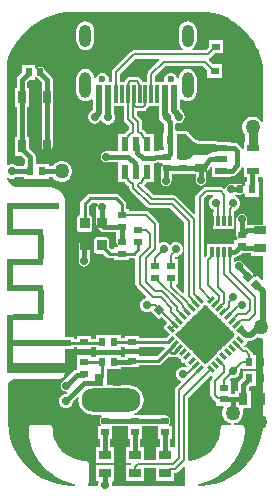
<source format=gtl>
G04*
G04 #@! TF.GenerationSoftware,Altium Limited,Altium Designer,21.7.2 (23)*
G04*
G04 Layer_Physical_Order=1*
G04 Layer_Color=255*
%FSLAX25Y25*%
%MOIN*%
G70*
G04*
G04 #@! TF.SameCoordinates,D6489F60-8050-45FC-BC62-49AB9328694B*
G04*
G04*
G04 #@! TF.FilePolarity,Positive*
G04*
G01*
G75*
%ADD15R,0.02756X0.02362*%
G04:AMPARAMS|DCode=16|XSize=23.62mil|YSize=27.56mil|CornerRadius=0mil|HoleSize=0mil|Usage=FLASHONLY|Rotation=45.000|XOffset=0mil|YOffset=0mil|HoleType=Round|Shape=Rectangle|*
%AMROTATEDRECTD16*
4,1,4,0.00139,-0.01810,-0.01810,0.00139,-0.00139,0.01810,0.01810,-0.00139,0.00139,-0.01810,0.0*
%
%ADD16ROTATEDRECTD16*%

G04:AMPARAMS|DCode=17|XSize=23.62mil|YSize=27.56mil|CornerRadius=0mil|HoleSize=0mil|Usage=FLASHONLY|Rotation=315.000|XOffset=0mil|YOffset=0mil|HoleType=Round|Shape=Rectangle|*
%AMROTATEDRECTD17*
4,1,4,-0.01810,-0.00139,0.00139,0.01810,0.01810,0.00139,-0.00139,-0.01810,-0.01810,-0.00139,0.0*
%
%ADD17ROTATEDRECTD17*%

%ADD18R,0.03150X0.03937*%
%ADD19R,0.02362X0.02756*%
G04:AMPARAMS|DCode=20|XSize=35.43mil|YSize=31.5mil|CornerRadius=1.58mil|HoleSize=0mil|Usage=FLASHONLY|Rotation=270.000|XOffset=0mil|YOffset=0mil|HoleType=Round|Shape=RoundedRectangle|*
%AMROUNDEDRECTD20*
21,1,0.03543,0.02835,0,0,270.0*
21,1,0.03228,0.03150,0,0,270.0*
1,1,0.00315,-0.01417,-0.01614*
1,1,0.00315,-0.01417,0.01614*
1,1,0.00315,0.01417,0.01614*
1,1,0.00315,0.01417,-0.01614*
%
%ADD20ROUNDEDRECTD20*%
%ADD21R,0.04134X0.02362*%
G04:AMPARAMS|DCode=22|XSize=9.84mil|YSize=27.56mil|CornerRadius=0.49mil|HoleSize=0mil|Usage=FLASHONLY|Rotation=135.000|XOffset=0mil|YOffset=0mil|HoleType=Round|Shape=RoundedRectangle|*
%AMROUNDEDRECTD22*
21,1,0.00984,0.02657,0,0,135.0*
21,1,0.00886,0.02756,0,0,135.0*
1,1,0.00098,0.00626,0.01253*
1,1,0.00098,0.01253,0.00626*
1,1,0.00098,-0.00626,-0.01253*
1,1,0.00098,-0.01253,-0.00626*
%
%ADD22ROUNDEDRECTD22*%
G04:AMPARAMS|DCode=23|XSize=9.84mil|YSize=27.56mil|CornerRadius=0.49mil|HoleSize=0mil|Usage=FLASHONLY|Rotation=225.000|XOffset=0mil|YOffset=0mil|HoleType=Round|Shape=RoundedRectangle|*
%AMROUNDEDRECTD23*
21,1,0.00984,0.02657,0,0,225.0*
21,1,0.00886,0.02756,0,0,225.0*
1,1,0.00098,-0.01253,0.00626*
1,1,0.00098,-0.00626,0.01253*
1,1,0.00098,0.01253,-0.00626*
1,1,0.00098,0.00626,-0.01253*
%
%ADD23ROUNDEDRECTD23*%
G04:AMPARAMS|DCode=24|XSize=135.83mil|YSize=135.83mil|CornerRadius=6.79mil|HoleSize=0mil|Usage=FLASHONLY|Rotation=225.000|XOffset=0mil|YOffset=0mil|HoleType=Round|Shape=RoundedRectangle|*
%AMROUNDEDRECTD24*
21,1,0.13583,0.12224,0,0,225.0*
21,1,0.12224,0.13583,0,0,225.0*
1,1,0.01358,-0.08644,0.00000*
1,1,0.01358,0.00000,0.08644*
1,1,0.01358,0.08644,0.00000*
1,1,0.01358,0.00000,-0.08644*
%
%ADD24ROUNDEDRECTD24*%
%ADD25R,0.01181X0.03543*%
%ADD27R,0.02559X0.04134*%
%ADD28R,0.02362X0.05906*%
%ADD29R,0.01181X0.05906*%
%ADD30R,0.03937X0.03150*%
%ADD31R,0.02362X0.04724*%
%ADD55R,0.19291X0.03543*%
%ADD56R,0.01968X0.19685*%
%ADD57R,0.19291X0.01968*%
%ADD58R,0.10394X0.01968*%
%ADD59R,0.01968X0.07874*%
%ADD60R,0.01968X0.10630*%
%ADD61R,0.15512X0.01968*%
%ADD62R,0.06496X0.00984*%
%ADD63C,0.01500*%
%ADD64C,0.00750*%
%ADD65C,0.02000*%
%ADD66C,0.03000*%
%ADD67C,0.00669*%
%ADD68C,0.00900*%
%ADD69C,0.01000*%
%ADD70C,0.00669*%
%ADD71C,0.00669*%
%ADD72C,0.00850*%
%ADD73O,0.19685X0.07874*%
%ADD74C,0.02362*%
%ADD75O,0.03937X0.08661*%
%ADD76O,0.03937X0.07480*%
%ADD77C,0.05000*%
%ADD78C,0.02756*%
%ADD79C,0.02559*%
G36*
X70728Y160393D02*
X73343Y159619D01*
X75819Y158478D01*
X76963Y157736D01*
X76964Y157736D01*
X77751Y157225D01*
X79242Y156085D01*
X80641Y154833D01*
X81939Y153476D01*
X82534Y152750D01*
X82534D01*
X82534Y152750D01*
X83091Y152071D01*
X84083Y150622D01*
X84947Y149093D01*
X85678Y147495D01*
X86268Y145841D01*
X86715Y144143D01*
X87015Y142412D01*
X87165Y140662D01*
X87165Y139784D01*
X87165Y139784D01*
X87165Y139784D01*
Y124243D01*
X86665Y124109D01*
X86517Y124366D01*
X85866Y125017D01*
X85067Y125478D01*
X84177Y125716D01*
X83256D01*
X82366Y125478D01*
X81568Y125017D01*
X80916Y124366D01*
X80455Y123567D01*
X80216Y122677D01*
Y121756D01*
X80455Y120866D01*
X80916Y120068D01*
X81168Y119816D01*
Y117421D01*
X80650D01*
Y115088D01*
X80150Y115039D01*
X80149Y115044D01*
X79762Y115623D01*
X78883Y116502D01*
X78304Y116889D01*
X77621Y117024D01*
X76350D01*
Y117421D01*
X71911D01*
X71880Y117442D01*
X71831Y117452D01*
X71786Y117476D01*
X71637Y117490D01*
X71490Y117520D01*
X66525D01*
X66270Y117532D01*
X65746Y117636D01*
X65276Y117831D01*
X64832Y118128D01*
X64643Y118299D01*
X62575Y120367D01*
X62491Y120451D01*
X62407Y120507D01*
X62336Y120578D01*
X62166Y120692D01*
X62027Y120749D01*
X61893Y120820D01*
X61564Y120920D01*
X61520Y120924D01*
X61479Y120941D01*
X61210Y120998D01*
X61171Y120998D01*
X61135Y121011D01*
X61135Y121011D01*
X61067Y121006D01*
X61000Y121020D01*
X60522Y121020D01*
X60522Y121020D01*
X60522Y121020D01*
X58500D01*
X58316Y120983D01*
X57816Y121301D01*
Y123425D01*
X58316Y123691D01*
X59000Y123555D01*
X59780Y123711D01*
X60442Y124153D01*
X60884Y124814D01*
X61039Y125594D01*
Y125799D01*
X60884Y126579D01*
X60442Y127241D01*
X60326Y127357D01*
X60262Y127680D01*
X59820Y128341D01*
X59638Y128523D01*
Y131332D01*
X60138Y131579D01*
X60531Y131277D01*
X61253Y130978D01*
X62028Y130876D01*
X62802Y130978D01*
X63525Y131277D01*
X64145Y131753D01*
X64621Y132373D01*
X64920Y133095D01*
X65022Y133870D01*
Y138594D01*
X64920Y139369D01*
X64621Y140092D01*
X64145Y140712D01*
X63525Y141188D01*
X62802Y141487D01*
X62028Y141589D01*
X61253Y141487D01*
X60531Y141188D01*
X59910Y140712D01*
X59435Y140092D01*
X59136Y139369D01*
X59060Y138799D01*
X58550Y138752D01*
X58266Y139436D01*
X57653Y140050D01*
X56851Y140382D01*
X55984D01*
X55182Y140050D01*
X54568Y139436D01*
X54236Y138635D01*
Y137767D01*
X54286Y137648D01*
X54008Y137232D01*
X51282D01*
Y139358D01*
X54564Y142639D01*
X67208D01*
X68622Y141225D01*
Y138787D01*
X73378D01*
Y143150D01*
X70547D01*
X69023Y144673D01*
X69187Y145216D01*
X69324Y145243D01*
X69765Y145538D01*
X71047Y146819D01*
X73878D01*
Y151181D01*
X69122D01*
Y148743D01*
X68239Y147861D01*
X63522D01*
X63423Y148361D01*
X63525Y148403D01*
X64145Y148879D01*
X64621Y149499D01*
X64920Y150221D01*
X65022Y150996D01*
Y154539D01*
X64920Y155314D01*
X64621Y156036D01*
X64145Y156657D01*
X63525Y157132D01*
X62802Y157431D01*
X62028Y157534D01*
X61253Y157431D01*
X60531Y157132D01*
X59910Y156657D01*
X59435Y156036D01*
X59136Y155314D01*
X59033Y154539D01*
Y150996D01*
X59136Y150221D01*
X59435Y149499D01*
X59910Y148879D01*
X60531Y148403D01*
X60633Y148361D01*
X60533Y147861D01*
X44000D01*
X43479Y147757D01*
X43038Y147462D01*
X37148Y141572D01*
X36853Y141131D01*
X36749Y140610D01*
Y137232D01*
X35992D01*
X35715Y137648D01*
X35764Y137767D01*
Y138635D01*
X35432Y139436D01*
X34818Y140050D01*
X34016Y140382D01*
X33149D01*
X32347Y140050D01*
X31734Y139436D01*
X31450Y138752D01*
X30940Y138799D01*
X30865Y139369D01*
X30565Y140092D01*
X30090Y140712D01*
X29469Y141188D01*
X28747Y141487D01*
X27972Y141589D01*
X27198Y141487D01*
X26475Y141188D01*
X25855Y140712D01*
X25379Y140092D01*
X25080Y139369D01*
X24978Y138594D01*
Y133870D01*
X25080Y133095D01*
X25379Y132373D01*
X25855Y131753D01*
X26475Y131277D01*
X27198Y130978D01*
X27972Y130876D01*
X28747Y130978D01*
X29469Y131277D01*
X29862Y131579D01*
X30362Y131332D01*
Y127951D01*
X29558Y127146D01*
X29116Y126485D01*
X28961Y125705D01*
Y125500D01*
X29116Y124720D01*
X29558Y124058D01*
X30220Y123616D01*
X31000Y123461D01*
X31780Y123616D01*
X32442Y124058D01*
X32775Y124557D01*
X33306Y124582D01*
X33484Y124153D01*
X34153Y123484D01*
X35027Y123122D01*
X35973D01*
X36847Y123484D01*
X37516Y124153D01*
X37878Y125027D01*
Y125973D01*
X37590Y126667D01*
Y129327D01*
X40819D01*
X40833Y129253D01*
X40836Y129249D01*
Y124962D01*
X40940Y124441D01*
X41235Y124000D01*
X42564Y122670D01*
Y121466D01*
X42505Y121454D01*
X42064Y121159D01*
X41282Y120377D01*
X40987Y119936D01*
X40972Y119862D01*
X38839D01*
Y114172D01*
X34882D01*
X34839Y114181D01*
X34156Y114045D01*
X33577Y113658D01*
X33190Y113079D01*
X33055Y112396D01*
X33190Y111714D01*
X33577Y111135D01*
X33586Y111126D01*
X33586Y111126D01*
X34165Y110739D01*
X34847Y110603D01*
X38839D01*
Y104083D01*
X40972D01*
X40987Y104009D01*
X41282Y103568D01*
X42064Y102786D01*
X42505Y102491D01*
X42564Y102479D01*
Y102110D01*
X42668Y101589D01*
X42963Y101148D01*
X48567Y95544D01*
X49009Y95249D01*
X49529Y95145D01*
X56138D01*
X60970Y90313D01*
Y67196D01*
X60508Y67005D01*
X58162Y69350D01*
X58370Y69850D01*
X58878D01*
Y73787D01*
Y78150D01*
X57861D01*
Y79068D01*
X57915Y79122D01*
X58473D01*
X59347Y79484D01*
X60016Y80153D01*
X60378Y81027D01*
Y81973D01*
X60016Y82847D01*
X59347Y83516D01*
X58473Y83878D01*
X57527D01*
X56653Y83516D01*
X56000Y82863D01*
X55347Y83516D01*
X54473Y83878D01*
X53527D01*
X52861Y83602D01*
X52361Y83877D01*
Y90000D01*
X52257Y90521D01*
X51962Y90962D01*
X49025Y93899D01*
X48584Y94194D01*
X48063Y94298D01*
X42378D01*
Y95118D01*
X41529D01*
Y96500D01*
X41413Y97085D01*
X41081Y97581D01*
X39081Y99581D01*
X38585Y99913D01*
X38000Y100029D01*
X29500D01*
X28915Y99913D01*
X28419Y99581D01*
X26564Y97727D01*
X26233Y97231D01*
X26116Y96646D01*
Y92914D01*
X25777Y92846D01*
X25394Y92590D01*
X25138Y92207D01*
X25048Y91756D01*
Y88528D01*
X25138Y88076D01*
X25394Y87693D01*
X25777Y87437D01*
X26228Y87347D01*
X29063D01*
X29515Y87437D01*
X29897Y87693D01*
X30153Y88076D01*
X30243Y88528D01*
Y91756D01*
X30153Y92207D01*
X29897Y92590D01*
X29515Y92846D01*
X29175Y92914D01*
Y96012D01*
X30134Y96971D01*
X31756D01*
X32020Y96471D01*
X31779Y96110D01*
X31643Y95427D01*
Y90508D01*
X31570Y90142D01*
Y89945D01*
X31706Y89262D01*
X32093Y88683D01*
X33037Y87738D01*
X33037Y87738D01*
X33616Y87352D01*
X34299Y87216D01*
X38216D01*
Y83969D01*
X38352Y83286D01*
X38738Y82707D01*
X38578Y82213D01*
X37622D01*
Y81561D01*
X36618D01*
X35952Y82227D01*
Y84472D01*
X35862Y84924D01*
X35606Y85307D01*
X35223Y85563D01*
X34772Y85653D01*
X31937D01*
X31485Y85563D01*
X31102Y85307D01*
X30847Y84924D01*
X30757Y84472D01*
Y81244D01*
X30847Y80792D01*
X31102Y80410D01*
X31485Y80154D01*
X31937Y80064D01*
X33789D01*
X34903Y78950D01*
X35399Y78619D01*
X35984Y78502D01*
X37622D01*
Y77850D01*
X42378D01*
Y78502D01*
X44032D01*
X44139Y78523D01*
X44639Y78113D01*
Y70000D01*
X44743Y69479D01*
X45038Y69038D01*
X48236Y65840D01*
X48044Y65378D01*
X48027D01*
X47153Y65016D01*
X46484Y64347D01*
X46122Y63473D01*
Y62527D01*
X46484Y61653D01*
X47153Y60984D01*
X48027Y60622D01*
X48973D01*
X49754Y60945D01*
X52531Y58168D01*
X53279Y58916D01*
X55027Y57168D01*
X55011Y57009D01*
X54385Y56383D01*
X54153Y56036D01*
X54071Y55626D01*
X54153Y55217D01*
X54385Y54870D01*
X56064Y53190D01*
X55303Y52429D01*
X55272Y52408D01*
X54848Y51984D01*
X45878D01*
Y52713D01*
X41122D01*
Y51984D01*
X39650D01*
Y52878D01*
X31350D01*
Y51721D01*
X29878D01*
Y52713D01*
X25122D01*
Y51721D01*
X23992D01*
Y52252D01*
X21166D01*
X21166Y97699D01*
X21085Y98165D01*
X20801Y99067D01*
X20359Y99902D01*
X19774Y100645D01*
X19065Y101271D01*
X18255Y101758D01*
X17371Y102093D01*
X16441Y102263D01*
X15968Y102284D01*
X15968Y102284D01*
X15968Y102284D01*
X5272Y102284D01*
X4499Y102438D01*
X3771Y102739D01*
X3116Y103177D01*
X2558Y103734D01*
X2121Y104390D01*
X1819Y105117D01*
X1818Y105123D01*
X1935Y105249D01*
X2265Y105438D01*
X3027Y105122D01*
X3973D01*
X4847Y105484D01*
X5079Y105716D01*
X7350D01*
Y105122D01*
X15650D01*
Y105716D01*
X16989D01*
X17199Y105351D01*
X17851Y104699D01*
X18649Y104238D01*
X19539Y104000D01*
X20461D01*
X21351Y104238D01*
X22149Y104699D01*
X22801Y105351D01*
X23261Y106149D01*
X23500Y107039D01*
Y107961D01*
X23261Y108851D01*
X22801Y109649D01*
X22149Y110301D01*
X21351Y110761D01*
X20461Y111000D01*
X19539D01*
X18649Y110761D01*
X17851Y110301D01*
X17199Y109649D01*
X16989Y109284D01*
X15650D01*
Y109878D01*
X11316D01*
Y112279D01*
X11316Y112279D01*
X11180Y112962D01*
X10793Y113541D01*
X10793Y113541D01*
X9047Y115287D01*
Y118898D01*
X8552D01*
Y129102D01*
X9047D01*
Y135236D01*
X8552D01*
Y137300D01*
X9374Y138122D01*
X11213D01*
Y138881D01*
X11688Y139035D01*
X11713Y139036D01*
X13448Y137300D01*
Y132169D01*
Y115831D01*
X13584Y115148D01*
X13971Y114569D01*
X14549Y114182D01*
X15232Y114046D01*
X15915Y114182D01*
X16494Y114569D01*
X16881Y115148D01*
X17017Y115831D01*
Y132169D01*
Y138039D01*
X17017Y138039D01*
X16881Y138722D01*
X16494Y139301D01*
X14618Y141177D01*
X14617Y141183D01*
X14230Y141762D01*
X13651Y142148D01*
X12968Y142284D01*
X12286Y142148D01*
X11707Y141762D01*
X11213Y141922D01*
Y142878D01*
X6850D01*
Y140645D01*
X5506Y139301D01*
X5119Y138722D01*
X4983Y138039D01*
Y135236D01*
X4488D01*
Y129102D01*
X4983D01*
Y118898D01*
X4488D01*
Y112764D01*
X6524D01*
X7747Y111540D01*
Y109878D01*
X7350D01*
Y109284D01*
X5079D01*
X4847Y109516D01*
X3973Y109878D01*
X3027D01*
X2153Y109516D01*
X2128Y109490D01*
X1665Y109682D01*
Y141925D01*
X1665Y142351D01*
X1729Y143202D01*
X1854Y144045D01*
X2041Y144876D01*
X2166Y145284D01*
X2569Y146339D01*
X3569Y148364D01*
X4752Y150288D01*
X6109Y152093D01*
X7628Y153765D01*
X9295Y155288D01*
X11097Y156650D01*
X13017Y157839D01*
X15039Y158845D01*
X17146Y159658D01*
X19320Y160273D01*
X21541Y160682D01*
X22665Y160784D01*
X22665Y160784D01*
X66666Y160784D01*
X68029Y160784D01*
X70728Y160393D01*
D02*
G37*
G36*
X52715Y144639D02*
X48959Y140884D01*
X48664Y140442D01*
X48561Y139921D01*
Y137232D01*
X47213D01*
X47198Y137306D01*
X46903Y137747D01*
X46121Y138529D01*
X45680Y138824D01*
X45159Y138928D01*
X42872D01*
X42352Y138824D01*
X41910Y138529D01*
X41128Y137747D01*
X40833Y137306D01*
X40819Y137232D01*
X39471D01*
Y140047D01*
X44564Y145139D01*
X52508D01*
X52715Y144639D01*
D02*
G37*
G36*
X52410Y126256D02*
X52565Y125475D01*
X52622Y125390D01*
Y125027D01*
X52984Y124153D01*
X53653Y123484D01*
X54247Y123238D01*
Y120378D01*
X53850D01*
Y115622D01*
X54247D01*
Y114650D01*
X52622D01*
Y114253D01*
X51372D01*
X51181Y114215D01*
X50681Y114625D01*
Y119862D01*
X48547D01*
X48533Y119936D01*
X48238Y120377D01*
X47456Y121159D01*
X47014Y121454D01*
X46955Y121466D01*
Y123925D01*
X46852Y124446D01*
X46557Y124887D01*
X45227Y126217D01*
Y127631D01*
X47128D01*
X47648Y127735D01*
X48090Y128030D01*
X48872Y128812D01*
X49167Y129253D01*
X49181Y129327D01*
X52410D01*
Y126256D01*
D02*
G37*
G36*
X61000Y120000D02*
X61000Y120000D01*
X61270Y119943D01*
X61600Y119844D01*
X61769Y119730D01*
X61853Y119646D01*
X63939Y117561D01*
Y117561D01*
X64203Y117322D01*
X64793Y116928D01*
X65449Y116656D01*
X66145Y116517D01*
X66500Y116500D01*
X71490D01*
X71726Y116059D01*
X71635Y115923D01*
X71499Y115240D01*
X71635Y114557D01*
X71713Y114441D01*
X71477Y114000D01*
X71000Y114000D01*
X71000Y114000D01*
X70797Y114002D01*
X70397Y113949D01*
X70013Y113821D01*
X69661Y113623D01*
X69500Y113500D01*
X69500Y113500D01*
X69500Y113500D01*
X69500Y113500D01*
X69500Y113500D01*
X69103Y113233D01*
X68991Y113170D01*
X68883Y113148D01*
X68839Y113119D01*
X68605Y113041D01*
X68203Y112988D01*
X68000Y113000D01*
X64500D01*
X64500Y113000D01*
X64382Y112994D01*
X64150Y112948D01*
X63931Y112857D01*
X63734Y112726D01*
X63646Y112646D01*
X63207Y112207D01*
X63207Y112207D01*
X63039Y112039D01*
X62643Y111775D01*
X62204Y111593D01*
X61738Y111500D01*
X58500D01*
Y120000D01*
X60522D01*
X61000Y120000D01*
D02*
G37*
G36*
X52622Y110287D02*
X53574D01*
X53732Y109842D01*
X53733Y109787D01*
X53658Y109713D01*
X53271Y109134D01*
X53135Y108451D01*
Y104802D01*
X53054Y104396D01*
X53190Y103714D01*
X53577Y103135D01*
X54156Y102748D01*
X54839Y102612D01*
X55522Y102748D01*
X56100Y103135D01*
X56181Y103215D01*
X56181Y103215D01*
X56568Y103794D01*
X56704Y104477D01*
Y106755D01*
X64716D01*
Y104500D01*
X64851Y103817D01*
X65238Y103238D01*
X65817Y102851D01*
X66500Y102716D01*
X67183Y102851D01*
X67762Y103238D01*
X68148Y103817D01*
X68284Y104500D01*
Y107414D01*
X68980Y108110D01*
X68980Y108110D01*
X69367Y108689D01*
X69389Y108800D01*
X69755Y109166D01*
X70217Y108975D01*
Y105579D01*
X76350D01*
Y105937D01*
X76722D01*
X77404Y106073D01*
X77983Y106460D01*
X79762Y108238D01*
X80149Y108817D01*
X80150Y108823D01*
X80650Y108774D01*
Y105579D01*
X81808D01*
Y103878D01*
X81287D01*
Y102922D01*
X80793Y102762D01*
X80214Y103148D01*
X79532Y103284D01*
X76500D01*
X75817Y103148D01*
X75238Y102762D01*
X74852Y102183D01*
X74785Y101847D01*
X74242Y101682D01*
X73962Y101962D01*
X73521Y102257D01*
X73000Y102361D01*
X68000D01*
X67479Y102257D01*
X67038Y101962D01*
X65038Y99962D01*
X64743Y99521D01*
X64639Y99000D01*
Y93507D01*
X64177Y93315D01*
X58355Y99138D01*
X57914Y99432D01*
X57393Y99536D01*
X50784D01*
X47495Y102825D01*
X48238Y103568D01*
X48533Y104009D01*
X48547Y104083D01*
X50681D01*
Y110216D01*
X50903D01*
X51586Y110352D01*
X52084Y110684D01*
X52622D01*
Y110287D01*
D02*
G37*
G36*
X87165Y105294D02*
Y89864D01*
X86755Y89593D01*
X86665Y89605D01*
X86000Y89737D01*
X81784D01*
Y91500D01*
X81648Y92183D01*
X81262Y92762D01*
X80683Y93148D01*
X80000Y93284D01*
X79317Y93148D01*
X78738Y92762D01*
X78351Y92183D01*
X78216Y91500D01*
Y86468D01*
X78351Y85786D01*
X78738Y85207D01*
X78578Y84713D01*
X77622D01*
Y83759D01*
X77591Y83272D01*
X68504D01*
Y79653D01*
X67874Y79023D01*
X67861Y79003D01*
X67361Y79155D01*
Y98436D01*
X68564Y99639D01*
X70351D01*
X70451Y99139D01*
X70153Y99016D01*
X69484Y98347D01*
X69122Y97473D01*
Y96527D01*
X69484Y95653D01*
X70153Y94984D01*
X70702Y94757D01*
Y93902D01*
X70472D01*
Y88358D01*
X77591D01*
Y93902D01*
X77361D01*
Y94467D01*
X77710D01*
X78584Y94829D01*
X79253Y95498D01*
X79615Y96372D01*
Y97318D01*
X79253Y98192D01*
X78584Y98861D01*
X77710Y99222D01*
X77726Y99716D01*
X79532D01*
X80214Y99852D01*
X80793Y100238D01*
X81287Y100078D01*
Y99122D01*
X85650D01*
Y103878D01*
X85377D01*
Y105579D01*
X86665D01*
X87165Y105294D01*
D02*
G37*
G36*
X80431Y80316D02*
X80431Y80316D01*
X81514D01*
X81782Y80263D01*
X81782Y80263D01*
X83031D01*
Y79472D01*
X87165D01*
Y71351D01*
X86704Y71159D01*
X85031Y72832D01*
X84355Y72156D01*
X83910Y72383D01*
X83892Y72400D01*
Y72642D01*
X83757Y73325D01*
X83370Y73904D01*
X80663Y76610D01*
X80648Y76683D01*
X80262Y77262D01*
X79683Y77649D01*
X79000Y77784D01*
X78317Y77649D01*
X77958Y77408D01*
X77591Y77764D01*
Y78734D01*
X78183Y78851D01*
X78762Y79238D01*
X78855Y79332D01*
X78954Y79352D01*
X79533Y79738D01*
X80145Y80350D01*
X80259D01*
X80431Y80316D01*
D02*
G37*
G36*
X54322Y48617D02*
X51653Y45947D01*
X45878D01*
Y46650D01*
X41122D01*
Y45784D01*
X39650D01*
Y46378D01*
X31350D01*
Y45514D01*
X29878D01*
Y46150D01*
X25122D01*
Y41787D01*
X25122Y41787D01*
X24956Y41356D01*
X24418Y41249D01*
X23839Y40862D01*
X23839Y40862D01*
X20238Y37262D01*
X19851Y36683D01*
X19716Y36000D01*
X19851Y35317D01*
X20238Y34738D01*
X20817Y34352D01*
X21488Y34218D01*
X21526Y34162D01*
X21728Y33751D01*
X21355Y33378D01*
X21027D01*
X20153Y33016D01*
X19484Y32347D01*
X19122Y31473D01*
Y30527D01*
X19484Y29653D01*
X20153Y28984D01*
X21027Y28622D01*
X21973D01*
X22847Y28984D01*
X23516Y29653D01*
X23878Y30527D01*
Y30855D01*
X25229Y32206D01*
X25702Y31972D01*
X25615Y31307D01*
X25785Y30018D01*
X26282Y28817D01*
X27073Y27786D01*
X28105Y26995D01*
X29306Y26497D01*
X30595Y26327D01*
X33232D01*
X33384Y25828D01*
X33238Y25730D01*
X32851Y25151D01*
X32716Y24468D01*
X32851Y23786D01*
X33238Y23207D01*
X33078Y22713D01*
X32122D01*
Y18350D01*
X32716D01*
Y15528D01*
X31532D01*
Y10378D01*
X37468D01*
Y15528D01*
X36284D01*
Y18350D01*
X36878D01*
Y22684D01*
X42122D01*
Y18350D01*
X42716D01*
Y15528D01*
X41532D01*
Y10378D01*
X43030D01*
X43278Y9878D01*
X43094Y9622D01*
X41532D01*
Y4472D01*
X47469D01*
Y8682D01*
X51531D01*
Y4472D01*
X57468D01*
Y6927D01*
X57787D01*
X58308Y7030D01*
X58750Y7325D01*
X60518Y9094D01*
X60980Y8903D01*
Y4000D01*
X61058Y3610D01*
X61279Y3279D01*
X61120Y2784D01*
X36878Y2784D01*
Y3473D01*
X36671Y3972D01*
X37005Y4472D01*
X37468D01*
Y9622D01*
X31532D01*
Y4472D01*
X31995D01*
X32329Y3972D01*
X32122Y3473D01*
Y2784D01*
X28880D01*
X28721Y3279D01*
X28942Y3610D01*
X29020Y4000D01*
Y10000D01*
X28984Y10179D01*
X28954Y10359D01*
X28945Y10373D01*
X28942Y10390D01*
X28841Y10542D01*
X28744Y10697D01*
X28730Y10707D01*
X28721Y10721D01*
X28569Y10822D01*
X28421Y10929D01*
X28404Y10933D01*
X28390Y10942D01*
X28211Y10978D01*
X28033Y11019D01*
X27299Y11043D01*
X25858Y11233D01*
X24471Y11604D01*
X23144Y12154D01*
X21901Y12872D01*
X20762Y13746D01*
X19746Y14762D01*
X18872Y15901D01*
X18154Y17144D01*
X17604Y18471D01*
X17233Y19858D01*
X17043Y21299D01*
X17019Y22033D01*
X16978Y22211D01*
X16942Y22390D01*
X16933Y22404D01*
X16929Y22421D01*
X16822Y22569D01*
X16721Y22721D01*
X16707Y22730D01*
X16697Y22744D01*
X16542Y22840D01*
X16390Y22942D01*
X16374Y22945D01*
X16359Y22954D01*
X16179Y22984D01*
X16000Y23020D01*
X10000D01*
X9610Y22942D01*
X9279Y22721D01*
X9058Y22390D01*
X8980Y22000D01*
Y20820D01*
X8993Y20754D01*
X8989Y20687D01*
X9297Y18348D01*
X9319Y18284D01*
X9323Y18217D01*
X9934Y15938D01*
X9964Y15877D01*
X9977Y15811D01*
X10880Y13632D01*
X10917Y13576D01*
X10939Y13512D01*
X12118Y11468D01*
X12163Y11418D01*
X12192Y11358D01*
X13629Y9486D01*
X13679Y9441D01*
X13717Y9385D01*
X15385Y7717D01*
X15441Y7679D01*
X15486Y7629D01*
X17358Y6193D01*
X17418Y6163D01*
X17469Y6118D01*
X19512Y4939D01*
X19576Y4917D01*
X19632Y4880D01*
X21812Y3977D01*
X21877Y3964D01*
X21938Y3934D01*
X24217Y3323D01*
X24284Y3319D01*
X24348Y3297D01*
X24446Y3284D01*
X24413Y2784D01*
X22666D01*
X21256Y2850D01*
X18479Y3348D01*
X15791Y4204D01*
X13237Y5403D01*
X10862Y6926D01*
X8706Y8746D01*
X6805Y10831D01*
X5194Y13147D01*
X3898Y15653D01*
X2941Y18307D01*
X2338Y21064D01*
X2100Y23875D01*
X2166Y25284D01*
Y35919D01*
X2176Y36404D01*
X2569Y37290D01*
X3274Y37957D01*
X4181Y38300D01*
X4665Y38284D01*
X4665Y38284D01*
X6415Y38275D01*
X9915Y38264D01*
X13414Y38261D01*
X16914Y38266D01*
X18663Y38272D01*
X18663Y38272D01*
X19152Y38322D01*
X20054Y38699D01*
X20744Y39391D01*
X21117Y40295D01*
X21165Y40784D01*
X21166Y40784D01*
Y48283D01*
X23992D01*
Y48815D01*
X25122D01*
Y48350D01*
X29878D01*
Y48815D01*
X31350D01*
Y48122D01*
X39650D01*
Y49079D01*
X41122D01*
Y48350D01*
X45878D01*
Y49079D01*
X54131D01*
X54322Y48617D01*
D02*
G37*
G36*
X59187Y45196D02*
X59534Y44964D01*
X59689Y44933D01*
X59720Y44777D01*
X59952Y44430D01*
X60579Y43804D01*
X60926Y43572D01*
X61081Y43541D01*
X61112Y43385D01*
X61344Y43038D01*
X61810Y42572D01*
X61527Y42148D01*
X60973Y42378D01*
X60027D01*
X59153Y42016D01*
X58484Y41347D01*
X58122Y40473D01*
Y39527D01*
X58484Y38653D01*
X59153Y37984D01*
X59648Y37779D01*
X59765Y37189D01*
X58089Y35513D01*
X57794Y35072D01*
X57690Y34551D01*
Y15936D01*
X57468Y15528D01*
X56284D01*
Y18350D01*
X56878D01*
Y22713D01*
X55922D01*
X55762Y23207D01*
X56148Y23786D01*
X56284Y24468D01*
X56148Y25151D01*
X55762Y25730D01*
X55183Y26117D01*
X54500Y26253D01*
X44411D01*
X44311Y26753D01*
X44895Y26995D01*
X45927Y27786D01*
X46718Y28817D01*
X47215Y30018D01*
X47385Y31307D01*
X47215Y32596D01*
X46718Y33797D01*
X45927Y34828D01*
X44895Y35620D01*
X43694Y36117D01*
X42406Y36287D01*
X35122D01*
Y40968D01*
X35029D01*
Y41622D01*
X39650D01*
Y42216D01*
X42835D01*
X43195Y42287D01*
X45878D01*
Y42990D01*
X52265D01*
X52831Y43103D01*
X53311Y43423D01*
X55687Y45799D01*
X55934Y45634D01*
X56500Y45522D01*
X57500D01*
X58066Y45634D01*
X58079Y45643D01*
X58560Y45822D01*
X59187Y45196D01*
D02*
G37*
G36*
X68374Y62734D02*
X68721Y62502D01*
X68876Y62472D01*
X68907Y62316D01*
X69139Y61969D01*
X69766Y61343D01*
X70113Y61111D01*
X70268Y61080D01*
X70299Y60924D01*
X70531Y60577D01*
X71157Y59951D01*
X71504Y59719D01*
X71660Y59688D01*
X71691Y59532D01*
X71923Y59185D01*
X72549Y58559D01*
X72896Y58327D01*
X73052Y58296D01*
X73083Y58140D01*
X73315Y57793D01*
X73941Y57167D01*
X74288Y56935D01*
X74444Y56904D01*
X74475Y56748D01*
X74707Y56401D01*
X75333Y55775D01*
X75680Y55543D01*
X75836Y55512D01*
X75867Y55356D01*
X76099Y55009D01*
X76725Y54383D01*
X77072Y54151D01*
X77228Y54120D01*
X77259Y53964D01*
X77491Y53617D01*
X77917Y53190D01*
X77491Y52764D01*
X77259Y52417D01*
X77228Y52261D01*
X77072Y52230D01*
X76725Y51998D01*
X76099Y51372D01*
X75867Y51025D01*
X75836Y50869D01*
X75680Y50838D01*
X75333Y50606D01*
X74707Y49980D01*
X74475Y49633D01*
X74444Y49477D01*
X74288Y49446D01*
X73941Y49214D01*
X73315Y48588D01*
X73083Y48241D01*
X73052Y48085D01*
X72896Y48054D01*
X72549Y47822D01*
X71923Y47196D01*
X71691Y46849D01*
X71660Y46693D01*
X71504Y46662D01*
X71157Y46430D01*
X70531Y45804D01*
X70299Y45457D01*
X70268Y45301D01*
X70113Y45270D01*
X69766Y45039D01*
X69139Y44412D01*
X68907Y44065D01*
X68876Y43909D01*
X68721Y43878D01*
X68374Y43646D01*
X67947Y43220D01*
X67520Y43646D01*
X67173Y43878D01*
X67017Y43909D01*
X66987Y44065D01*
X66755Y44412D01*
X66128Y45039D01*
X65781Y45270D01*
X65626Y45301D01*
X65595Y45457D01*
X65363Y45804D01*
X64736Y46430D01*
X64389Y46662D01*
X64234Y46693D01*
X64203Y46849D01*
X63971Y47196D01*
X63344Y47822D01*
X62997Y48054D01*
X62842Y48085D01*
X62811Y48241D01*
X62579Y48588D01*
X61952Y49214D01*
X61605Y49446D01*
X61450Y49477D01*
X61419Y49633D01*
X61187Y49980D01*
X60561Y50606D01*
X60213Y50838D01*
X60058Y50869D01*
X60027Y51025D01*
X59795Y51372D01*
X59168Y51998D01*
X58821Y52230D01*
X58666Y52261D01*
X58635Y52417D01*
X58403Y52764D01*
X57976Y53190D01*
X58403Y53617D01*
X58635Y53964D01*
X58666Y54120D01*
X58821Y54151D01*
X59168Y54383D01*
X59795Y55009D01*
X60027Y55356D01*
X60058Y55512D01*
X60213Y55543D01*
X60561Y55775D01*
X61187Y56401D01*
X61419Y56748D01*
X61450Y56904D01*
X61605Y56935D01*
X61952Y57167D01*
X62579Y57793D01*
X62811Y58140D01*
X62842Y58296D01*
X62997Y58327D01*
X63344Y58559D01*
X63971Y59185D01*
X64203Y59532D01*
X64234Y59688D01*
X64389Y59719D01*
X64736Y59951D01*
X65363Y60577D01*
X65595Y60924D01*
X65626Y61080D01*
X65781Y61111D01*
X66128Y61343D01*
X66755Y61969D01*
X66987Y62316D01*
X67017Y62472D01*
X67173Y62502D01*
X67520Y62734D01*
X67947Y63161D01*
X68374Y62734D01*
D02*
G37*
G36*
X85149Y52239D02*
X86039Y52000D01*
X86665D01*
X87165Y51585D01*
Y22784D01*
X87082Y21498D01*
X86609Y18965D01*
X85835Y16506D01*
X84773Y14158D01*
X83436Y11954D01*
X81845Y9927D01*
X80023Y8104D01*
X77995Y6513D01*
X75791Y5177D01*
X73443Y4114D01*
X70985Y3341D01*
X68451Y2867D01*
X67165Y2784D01*
X67165Y2784D01*
X67165Y2784D01*
X65587D01*
X65554Y3284D01*
X65652Y3297D01*
X65716Y3319D01*
X65783Y3323D01*
X68062Y3934D01*
X68123Y3964D01*
X68189Y3977D01*
X70368Y4880D01*
X70424Y4917D01*
X70488Y4939D01*
X72531Y6118D01*
X72582Y6163D01*
X72642Y6193D01*
X74514Y7629D01*
X74559Y7679D01*
X74615Y7717D01*
X76283Y9385D01*
X76320Y9441D01*
X76371Y9486D01*
X77807Y11358D01*
X77837Y11418D01*
X77882Y11468D01*
X79061Y13512D01*
X79083Y13576D01*
X79120Y13632D01*
X80023Y15811D01*
X80036Y15877D01*
X80066Y15938D01*
X80677Y18217D01*
X80681Y18284D01*
X80703Y18348D01*
X81011Y20687D01*
X81006Y20754D01*
X81020Y20820D01*
Y22000D01*
X80942Y22390D01*
X80721Y22721D01*
X80390Y22942D01*
X80000Y23020D01*
X77600D01*
X77534Y23520D01*
X78351Y23739D01*
X79149Y24199D01*
X79801Y24851D01*
X80261Y25649D01*
X80500Y26539D01*
Y27461D01*
X80347Y28032D01*
X80705Y28532D01*
X83122D01*
Y34468D01*
X82332D01*
Y35580D01*
X82874Y36122D01*
X84713D01*
Y40878D01*
X80350D01*
Y38645D01*
X79286Y37581D01*
X78899Y37002D01*
X78763Y36319D01*
Y34468D01*
X77972D01*
Y33300D01*
X76378D01*
Y37650D01*
X76227D01*
X76036Y38111D01*
X76547Y38622D01*
X77473D01*
X78347Y38984D01*
X79016Y39653D01*
X79378Y40527D01*
Y41453D01*
X79888Y41964D01*
X80350Y41773D01*
Y41622D01*
X84713D01*
Y46378D01*
X83892D01*
Y46468D01*
X83789Y46989D01*
X83494Y47431D01*
X82462Y48462D01*
X82021Y48757D01*
X81500Y48861D01*
X81226D01*
X80870Y49240D01*
X80883Y49372D01*
X81509Y49998D01*
X81741Y50345D01*
X81823Y50755D01*
X82017Y50992D01*
X83031D01*
X83811Y51147D01*
X84473Y51589D01*
X85132Y52248D01*
X85149Y52239D01*
D02*
G37*
G36*
X69973Y39396D02*
X70216Y39348D01*
X70410Y38897D01*
X70413Y38838D01*
X70038Y38462D01*
X69743Y38021D01*
X69639Y37500D01*
Y33019D01*
X69743Y32498D01*
X70038Y32057D01*
X71048Y31046D01*
X71489Y30751D01*
X71622Y30725D01*
Y29350D01*
X73738D01*
X74027Y28850D01*
X73738Y28351D01*
X73500Y27461D01*
Y26539D01*
X73738Y25649D01*
X74199Y24851D01*
X74851Y24199D01*
X75649Y23739D01*
X76466Y23520D01*
X76400Y23020D01*
X74000D01*
X73821Y22984D01*
X73641Y22954D01*
X73627Y22945D01*
X73610Y22942D01*
X73458Y22840D01*
X73303Y22744D01*
X73293Y22730D01*
X73279Y22721D01*
X73178Y22569D01*
X73071Y22421D01*
X73067Y22404D01*
X73058Y22390D01*
X73022Y22211D01*
X72981Y22033D01*
X72957Y21299D01*
X72767Y19858D01*
X72396Y18471D01*
X71846Y17144D01*
X71128Y15901D01*
X70254Y14762D01*
X69238Y13746D01*
X68099Y12872D01*
X66856Y12154D01*
X65529Y11604D01*
X64142Y11233D01*
X62701Y11043D01*
X62505Y11037D01*
X62081Y11523D01*
Y32038D01*
X69653Y39610D01*
X69973Y39396D01*
D02*
G37*
G36*
X52122Y18350D02*
X52716D01*
Y15528D01*
X51531D01*
Y11404D01*
X47469D01*
Y15528D01*
X46284D01*
Y18350D01*
X46878D01*
Y22684D01*
X52122D01*
Y18350D01*
D02*
G37*
%LPC*%
G36*
X27972Y157534D02*
X27198Y157431D01*
X26475Y157132D01*
X25855Y156657D01*
X25379Y156036D01*
X25080Y155314D01*
X24978Y154539D01*
Y150996D01*
X25080Y150221D01*
X25379Y149499D01*
X25855Y148879D01*
X26475Y148403D01*
X27198Y148104D01*
X27972Y148002D01*
X28747Y148104D01*
X29469Y148403D01*
X30090Y148879D01*
X30565Y149499D01*
X30865Y150221D01*
X30967Y150996D01*
Y154539D01*
X30865Y155314D01*
X30565Y156036D01*
X30090Y156657D01*
X29469Y157132D01*
X28747Y157431D01*
X27972Y157534D01*
D02*
G37*
G36*
X27646Y84643D02*
X26963Y84507D01*
X26384Y84120D01*
X26311Y84047D01*
X25924Y83468D01*
X25789Y82785D01*
Y77866D01*
X25716Y77500D01*
X25852Y76817D01*
X26238Y76238D01*
X26817Y75852D01*
X27500Y75716D01*
X28183Y75852D01*
X28762Y76238D01*
X28835Y76311D01*
X29221Y76890D01*
X29357Y77573D01*
Y82492D01*
X29430Y82858D01*
X29294Y83541D01*
X28907Y84120D01*
X28328Y84507D01*
X27646Y84643D01*
D02*
G37*
%LPD*%
D15*
X45500Y87968D02*
D03*
Y84031D02*
D03*
X43500Y40532D02*
D03*
Y44469D02*
D03*
X27500Y54469D02*
D03*
Y50532D02*
D03*
X43500Y54469D02*
D03*
Y50532D02*
D03*
X27500Y40031D02*
D03*
Y43968D02*
D03*
X54500Y24468D02*
D03*
Y20531D02*
D03*
X44500Y24468D02*
D03*
Y20531D02*
D03*
X34500Y24468D02*
D03*
Y20531D02*
D03*
X74000Y35469D02*
D03*
Y31532D02*
D03*
X71000Y140969D02*
D03*
Y137031D02*
D03*
X71500Y149000D02*
D03*
Y152937D02*
D03*
X51000Y75968D02*
D03*
Y72031D02*
D03*
X56500Y75968D02*
D03*
Y72031D02*
D03*
X60500Y108531D02*
D03*
Y112469D02*
D03*
X55000Y108531D02*
D03*
Y112469D02*
D03*
X40000Y89000D02*
D03*
Y92937D02*
D03*
Y83969D02*
D03*
Y80032D02*
D03*
X80000Y86468D02*
D03*
Y82531D02*
D03*
D16*
X49608Y58608D02*
D03*
X52392Y61392D02*
D03*
D17*
X82108Y72392D02*
D03*
X84892Y69608D02*
D03*
D18*
X80547Y31500D02*
D03*
X86453D02*
D03*
X32547Y38000D02*
D03*
X38453D02*
D03*
D19*
X33531Y50500D02*
D03*
X37468D02*
D03*
X33531Y44000D02*
D03*
X37468D02*
D03*
X9532Y107500D02*
D03*
X13468D02*
D03*
X59969Y118000D02*
D03*
X56032D02*
D03*
X79532Y101500D02*
D03*
X83469D02*
D03*
X86468Y44000D02*
D03*
X82531D02*
D03*
X12968Y140500D02*
D03*
X9031D02*
D03*
X86468Y38500D02*
D03*
X82531D02*
D03*
D20*
X27646Y90142D02*
D03*
Y82858D02*
D03*
X33354Y90142D02*
D03*
Y82858D02*
D03*
D21*
X73283Y115240D02*
D03*
Y111500D02*
D03*
Y107760D02*
D03*
X83716D02*
D03*
Y115240D02*
D03*
D22*
X56394Y51381D02*
D03*
X57786Y49989D02*
D03*
X59178Y48597D02*
D03*
X60570Y47205D02*
D03*
X61962Y45813D02*
D03*
X63354Y44421D02*
D03*
X64745Y43029D02*
D03*
X66137Y41637D02*
D03*
X79500Y55000D02*
D03*
X78108Y56392D02*
D03*
X76716Y57784D02*
D03*
X75324Y59176D02*
D03*
X73932Y60568D02*
D03*
X72540Y61960D02*
D03*
X71148Y63352D02*
D03*
X69756Y64744D02*
D03*
D23*
Y41637D02*
D03*
X71148Y43029D02*
D03*
X72540Y44421D02*
D03*
X73932Y45813D02*
D03*
X75324Y47205D02*
D03*
X76716Y48597D02*
D03*
X78108Y49989D02*
D03*
X79500Y51381D02*
D03*
X66137Y64744D02*
D03*
X64745Y63352D02*
D03*
X63354Y61960D02*
D03*
X61962Y60568D02*
D03*
X60570Y59176D02*
D03*
X59178Y57784D02*
D03*
X57786Y56392D02*
D03*
X56394Y55000D02*
D03*
D24*
X67947Y53190D02*
D03*
D25*
X70095Y91130D02*
D03*
X72063D02*
D03*
X74032D02*
D03*
X76000D02*
D03*
X70095Y80500D02*
D03*
X72063D02*
D03*
X74032D02*
D03*
X76000D02*
D03*
D27*
X15232Y132169D02*
D03*
Y115831D02*
D03*
X6768Y132169D02*
D03*
Y115831D02*
D03*
D28*
X54449Y133280D02*
D03*
X57598D02*
D03*
X32402D02*
D03*
X35551D02*
D03*
D29*
X51890D02*
D03*
X49921D02*
D03*
X47953D02*
D03*
X38110D02*
D03*
X40079D02*
D03*
X42047D02*
D03*
X44016D02*
D03*
X45984D02*
D03*
D30*
X54500Y12953D02*
D03*
Y7047D02*
D03*
X44500Y12953D02*
D03*
Y7047D02*
D03*
X34500Y12953D02*
D03*
Y7047D02*
D03*
X66500Y114453D02*
D03*
Y108547D02*
D03*
X86000Y82047D02*
D03*
Y87953D02*
D03*
D31*
X41020Y107445D02*
D03*
X44760D02*
D03*
X48500D02*
D03*
Y116500D02*
D03*
X44760D02*
D03*
X41020D02*
D03*
D55*
X13346Y42000D02*
D03*
D56*
X2716Y50071D02*
D03*
D57*
X13346Y50268D02*
D03*
D58*
X8898Y58929D02*
D03*
Y68772D02*
D03*
Y77433D02*
D03*
Y87276D02*
D03*
D59*
X13110Y63850D02*
D03*
Y82354D02*
D03*
D60*
X2716Y73102D02*
D03*
Y91606D02*
D03*
D61*
X11457Y95937D02*
D03*
D62*
X73047Y85815D02*
D03*
D63*
X77274Y31516D02*
X80532D01*
X74016D02*
X77274D01*
Y27274D02*
Y31516D01*
X77000Y27000D02*
X77274Y27274D01*
X3500Y107500D02*
X9532D01*
X27069Y39600D02*
X27500Y40031D01*
X25100Y39600D02*
X27069D01*
X21500Y36000D02*
X25100Y39600D01*
X21500Y31000D02*
X27600Y37100D01*
X31722D01*
X32547Y37925D01*
Y38000D01*
X80000Y86468D02*
Y91500D01*
X13468Y107500D02*
X20000D01*
X80532Y31516D02*
X80547Y31500D01*
X74000Y31532D02*
X74016Y31516D01*
X80547Y31500D02*
Y36319D01*
X82531Y38303D02*
Y38500D01*
X80547Y36319D02*
X82531Y38303D01*
X34847Y112388D02*
X42112D01*
X44329Y107876D02*
Y110171D01*
X42112Y112388D02*
X44329Y110171D01*
X45191Y113791D02*
X46982Y112000D01*
X50903D01*
X45191Y113791D02*
Y116069D01*
X34839Y112396D02*
X34847Y112388D01*
X44329Y107876D02*
X44760Y107445D01*
X55008Y108539D02*
X66492D01*
X66500Y104500D02*
Y108547D01*
X54839Y104396D02*
X54919Y104477D01*
Y108451D02*
X55000Y108531D01*
X54919Y104477D02*
Y108451D01*
X55000Y108531D02*
X55008Y108539D01*
X66492D02*
X66500Y108547D01*
X66894D02*
X67718Y109372D01*
X66500Y108547D02*
X66894D01*
X69565Y111500D02*
X73283D01*
X67718Y109653D02*
X69565Y111500D01*
X67718Y109372D02*
Y109653D01*
X76500Y101500D02*
X79532D01*
X79000Y75750D02*
X82108Y72642D01*
Y72392D02*
Y72642D01*
X79000Y75750D02*
Y76000D01*
X81681Y87953D02*
X86000D01*
X80197Y86468D02*
X81681Y87953D01*
X80000Y86468D02*
X80197D01*
X33354Y89945D02*
X34299Y89000D01*
X40000D01*
X33354Y89945D02*
Y90142D01*
X40000Y83969D02*
Y89000D01*
X12968Y140303D02*
Y140500D01*
Y140303D02*
X15232Y138039D01*
Y132169D02*
Y138039D01*
X9031Y140303D02*
Y140500D01*
X6768Y132169D02*
Y138039D01*
X9031Y140303D01*
X15232Y115831D02*
Y132169D01*
X6768Y115831D02*
Y132169D01*
Y115043D02*
Y115831D01*
X9532Y107500D02*
Y112279D01*
X6768Y115043D02*
X9532Y112279D01*
X76375Y80500D02*
X77500D01*
X80431Y82100D02*
X81728D01*
X81782Y82047D01*
X86000D01*
X80000Y82531D02*
X80431Y82100D01*
X77500Y80500D02*
X78000Y81000D01*
X78272D01*
X79803Y82531D01*
X80000D01*
X34500Y3000D02*
Y7047D01*
X37468Y44000D02*
X42835D01*
X43303Y44469D01*
X44500Y24468D02*
X54500D01*
X34500D02*
X44500D01*
X54500Y12953D02*
Y20531D01*
X44500Y12953D02*
Y20531D01*
X34500Y12953D02*
Y20531D01*
X33427Y90215D02*
Y95427D01*
X33354Y90142D02*
X33427Y90215D01*
Y95427D02*
X33500Y95500D01*
X27573Y77573D02*
Y82785D01*
X27646Y82858D01*
X27500Y77500D02*
X27573Y77573D01*
X83469Y101500D02*
X83592Y101624D01*
Y107636D01*
X83716Y107760D01*
X73322Y107722D02*
X76722D01*
X73283Y107760D02*
X73322Y107722D01*
X76722D02*
X78500Y109500D01*
X77621Y115240D02*
X78500Y114362D01*
X73283Y115240D02*
X77621D01*
X78500Y109500D02*
Y114362D01*
X56032Y118000D02*
Y124129D01*
X55000Y125160D02*
X56032Y124129D01*
X55000Y125160D02*
Y125500D01*
X56032Y113303D02*
Y118000D01*
X55197Y112469D02*
X56032Y113303D01*
X55000Y112469D02*
X55197D01*
X50903Y112000D02*
X51372Y112469D01*
X55000D01*
X44760Y116500D02*
X45191Y116069D01*
D64*
X48500Y63000D02*
X51000D01*
X52392Y61392D02*
Y61608D01*
X51000Y63000D02*
X52392Y61608D01*
X52786Y61392D02*
X57786Y56392D01*
X52392Y61392D02*
X52786D01*
X56394Y55000D02*
X57786Y56392D01*
D65*
X57598Y127679D02*
X58378Y126899D01*
Y126421D02*
Y126899D01*
Y126421D02*
X59000Y125799D01*
Y125594D02*
Y125799D01*
X81374Y53031D02*
X83031D01*
X87000Y57000D01*
X79848Y54557D02*
X81374Y53031D01*
X84892Y69608D02*
X87000Y67500D01*
Y57000D02*
Y67500D01*
X57598Y127679D02*
Y133280D01*
X54449Y126256D02*
Y133280D01*
Y126256D02*
X55000Y125705D01*
Y125500D02*
Y125705D01*
X31000Y125500D02*
Y125705D01*
X32402Y127106D02*
Y133280D01*
X31000Y125705D02*
X32402Y127106D01*
X35551Y125551D02*
Y133280D01*
X35500Y125500D02*
X35551Y125551D01*
D66*
X83716Y116000D02*
Y122216D01*
D67*
X60899Y40399D02*
X62115D01*
X60500Y40000D02*
X60899Y40399D01*
X62115D02*
X64745Y43029D01*
X72010Y32009D02*
X73523D01*
X71000Y33019D02*
X72010Y32009D01*
X71000Y33019D02*
Y37500D01*
X73523Y32009D02*
X74000Y31532D01*
X71000Y37500D02*
X74000Y40500D01*
Y42761D01*
Y38000D02*
X77000Y41000D01*
X74000Y35469D02*
Y38000D01*
X77000Y41000D02*
X80000Y44000D01*
X82531D01*
X81500Y47500D02*
X82531Y46468D01*
Y44000D02*
Y46468D01*
X80597Y47500D02*
X81500D01*
X78108Y49989D02*
X80597Y47500D01*
X74250Y31282D02*
X74532Y31000D01*
X72540Y44221D02*
X74000Y42761D01*
X72540Y44221D02*
Y44421D01*
X56500Y75968D02*
Y79632D01*
X58000Y81132D01*
Y81500D01*
X51000Y75968D02*
Y78500D01*
X54000Y81500D01*
X57787Y8287D02*
X60720Y11220D01*
Y32601D01*
X45543Y10043D02*
X57043D01*
X59051Y12051D02*
Y34551D01*
X55740Y8287D02*
X57787D01*
X57043Y10043D02*
X59051Y12051D01*
X60720Y32601D02*
X69756Y41637D01*
Y41637D01*
X59051Y34551D02*
X66137Y41637D01*
X54500Y7047D02*
X55740Y8287D01*
X44500Y7047D02*
Y9000D01*
X45543Y10043D01*
X59097Y48597D02*
X59178D01*
X43303Y44469D02*
X43500D01*
X66000Y68500D02*
X69756Y64744D01*
X66000Y99000D02*
X68000Y101000D01*
X66000Y68500D02*
Y99000D01*
X46000Y70000D02*
Y79000D01*
Y70000D02*
X50500Y65500D01*
X46000Y79000D02*
X49331Y82331D01*
X48000Y70500D02*
X51000Y67500D01*
X48000Y70500D02*
Y78639D01*
X51000Y81639D01*
X50500Y65500D02*
X53000D01*
X51000Y67500D02*
X53368D01*
X74032Y95255D02*
X74213Y95436D01*
X74032Y91130D02*
Y95255D01*
X74213Y95436D02*
Y99787D01*
X73000Y101000D02*
X74213Y99787D01*
X76000Y91130D02*
Y95043D01*
X77237Y96280D01*
Y96845D01*
X71500Y96435D02*
X72063Y95872D01*
X71500Y96435D02*
Y97000D01*
X68000Y101000D02*
X73000D01*
X69756Y64744D02*
Y64744D01*
X72063Y91130D02*
Y95872D01*
X56500Y60495D02*
X59178Y57817D01*
X56500Y60495D02*
Y62000D01*
X53368Y67500D02*
X58500Y62368D01*
Y61245D02*
Y62368D01*
X53000Y65500D02*
X56500Y62000D01*
X58500Y61245D02*
X60570Y59176D01*
X40000Y92937D02*
X48063D01*
X51000Y90000D01*
X49331Y82331D02*
Y86669D01*
X48031Y87968D02*
X49331Y86669D01*
X51000Y81639D02*
Y90000D01*
X59178Y57784D02*
Y57817D01*
X45500Y87968D02*
X48031D01*
X49921Y133280D02*
Y139921D01*
X54000Y144000D01*
X67772D02*
X70803Y140969D01*
X54000Y144000D02*
X67772D01*
X70803Y140969D02*
X71000D01*
X68803Y146500D02*
X71303Y149000D01*
X71500D01*
X44000Y146500D02*
X68803D01*
X38110Y140610D02*
X44000Y146500D01*
X38110Y133280D02*
Y140610D01*
D68*
X52265Y44469D02*
X57786Y49989D01*
X56000Y47500D02*
X56500Y47000D01*
X57500D01*
X59097Y48597D01*
X43500Y44469D02*
X52265D01*
D69*
X33516Y43984D02*
X33531Y44000D01*
X33500Y43968D02*
X33516Y43984D01*
X33500Y38953D02*
Y43968D01*
X32547Y38000D02*
X33500Y38953D01*
X27500Y43968D02*
X27516Y43984D01*
X33516D01*
X29500Y98500D02*
X38000D01*
X40000Y92937D02*
Y96500D01*
X38000Y98500D02*
X40000Y96500D01*
X27646Y96646D02*
X29500Y98500D01*
X27646Y90142D02*
Y96646D01*
X44032Y80032D02*
X45500Y81500D01*
X40000Y80032D02*
X44032D01*
X35984D02*
X40000D01*
X45500Y81500D02*
Y84031D01*
X33354Y82661D02*
X35984Y80032D01*
X33354Y82661D02*
Y82858D01*
D70*
X57393Y98175D02*
X64000Y91568D01*
X56701Y96506D02*
X62331Y90877D01*
Y65978D02*
Y90877D01*
X64000Y66669D02*
Y91568D01*
Y66669D02*
X64681Y65988D01*
X62331Y65978D02*
X63501Y64808D01*
X65937Y64744D02*
X66137D01*
X64692Y65988D02*
X65937Y64744D01*
X64681Y65988D02*
X64692D01*
X63501Y64797D02*
X64745Y63552D01*
X63501Y64797D02*
Y64808D01*
X64745Y63352D02*
Y63552D01*
X48500Y106264D02*
Y107445D01*
X47276Y104530D02*
Y105039D01*
X45594Y103356D02*
X45987Y103748D01*
X45594Y102802D02*
Y103356D01*
X41020Y106264D02*
X42244Y105039D01*
X43533Y103748D02*
X43925Y103356D01*
X43026Y103748D02*
X43533D01*
X42244Y104530D02*
X43026Y103748D01*
X43925Y102110D02*
Y103356D01*
X41020Y106264D02*
Y107445D01*
X50221Y98175D02*
X57393D01*
X45594Y102802D02*
X50221Y98175D01*
X46494Y103748D02*
X47276Y104530D01*
X43925Y102110D02*
X49529Y96506D01*
X42244Y104530D02*
Y105039D01*
X49529Y96506D02*
X56701D01*
X47276Y105039D02*
X48500Y106264D01*
X45987Y103748D02*
X46494D01*
X42047Y133280D02*
X42091Y133236D01*
X46494Y120197D02*
X47276Y119415D01*
X45594Y120589D02*
X45987Y120197D01*
X46494D01*
X48500Y116500D02*
Y117681D01*
X47276Y118905D02*
Y119415D01*
Y118905D02*
X48500Y117681D01*
X43972Y133236D02*
X44016Y133280D01*
X43972Y129774D02*
Y133236D01*
X43866Y125653D02*
X45594Y123925D01*
Y120589D02*
Y123925D01*
X43866Y129668D02*
X43972Y129774D01*
X43866Y125653D02*
Y129668D01*
X42197Y124962D02*
X43925Y123233D01*
Y120589D02*
Y123233D01*
X43533Y120197D02*
X43925Y120589D01*
X43026Y120197D02*
X43533D01*
X42244Y119415D02*
X43026Y120197D01*
X42244Y118905D02*
Y119415D01*
X42091Y129774D02*
Y133236D01*
Y129774D02*
X42197Y129668D01*
X42047Y133280D02*
X42091Y133323D01*
X41020Y117681D02*
X42244Y118905D01*
X42197Y124962D02*
Y129668D01*
X41020Y116500D02*
Y117681D01*
X47909Y129774D02*
Y133236D01*
X47953Y133280D01*
X47128Y128992D02*
X47909Y129774D01*
X44841Y128992D02*
X47128D01*
X44059Y129774D02*
X44841Y128992D01*
X44059Y129774D02*
Y133236D01*
X44016Y133280D02*
X44059Y133236D01*
X45941Y133323D02*
X45984Y133280D01*
X45941Y133323D02*
Y136785D01*
X45159Y137567D02*
X45941Y136785D01*
X42872Y137567D02*
X45159D01*
X42091Y136785D02*
X42872Y137567D01*
X42091Y133323D02*
Y136785D01*
D71*
X68836Y69500D02*
Y78060D01*
Y69500D02*
X72393Y65943D01*
X71148Y63552D02*
X72393Y64797D01*
X71148Y63352D02*
Y63552D01*
X84392Y59892D02*
Y65608D01*
X76000Y74000D02*
X84392Y65608D01*
X82500Y58000D02*
X84392Y59892D01*
X76000Y74000D02*
Y80500D01*
X78260Y56392D02*
X79868Y58000D01*
X78108Y56392D02*
X78260D01*
X79868Y58000D02*
X82500D01*
X74032Y73469D02*
Y80500D01*
X77000Y65269D02*
Y65500D01*
X75731Y64000D02*
X77000Y65269D01*
X82723Y61223D02*
Y64777D01*
X74032Y73469D02*
X82723Y64777D01*
X81500Y60000D02*
X82723Y61223D01*
X78749Y62601D02*
X79601D01*
X75324Y59176D02*
X78749Y62601D01*
X79601D02*
X80000Y63000D01*
X78932Y60000D02*
X81500D01*
X76716Y57784D02*
X78932Y60000D01*
X73932Y60568D02*
X75731Y62366D01*
Y64000D01*
X72540Y62160D02*
X74062Y63682D01*
X72063Y68880D02*
X74062Y66882D01*
X72063Y68880D02*
Y80500D01*
X74062Y63682D02*
Y66882D01*
X72540Y61960D02*
Y62160D01*
X70095Y79319D02*
Y80500D01*
X68836Y78060D02*
X70095Y79319D01*
X72393Y64797D02*
Y65943D01*
X56500Y69089D02*
X62047Y63542D01*
Y63467D02*
X63354Y62160D01*
Y61960D02*
Y62160D01*
X56500Y69089D02*
Y72031D01*
X62047Y63467D02*
Y63542D01*
X60378Y62352D02*
Y62850D01*
X51197Y72031D02*
X60378Y62850D01*
Y62352D02*
X61962Y60768D01*
Y60568D02*
Y60768D01*
X51000Y72031D02*
X51197D01*
D72*
X55449Y50532D02*
X56299Y51381D01*
X43500Y50532D02*
X55449D01*
X56299Y51381D02*
X56394D01*
X37468Y50500D02*
X37500Y50532D01*
X43500D01*
X13346Y50268D02*
X33299D01*
X33531Y50500D01*
D73*
X36500Y31307D02*
D03*
Y65953D02*
D03*
D74*
X33583Y138201D02*
D03*
X56417D02*
D03*
D75*
X62028Y136232D02*
D03*
X27972D02*
D03*
D76*
Y152768D02*
D03*
X62028D02*
D03*
D77*
X86000Y24000D02*
D03*
X67500Y20000D02*
D03*
X9500Y30500D02*
D03*
X52500Y37500D02*
D03*
X28500Y57000D02*
D03*
X42000Y57500D02*
D03*
X57000Y88000D02*
D03*
X30500Y107000D02*
D03*
X23000Y124000D02*
D03*
X16000Y151500D02*
D03*
X75000Y130000D02*
D03*
X84000Y138000D02*
D03*
X80500Y149500D02*
D03*
X86500Y55500D02*
D03*
X77000Y27000D02*
D03*
X20000Y107500D02*
D03*
X83716Y122216D02*
D03*
D78*
X3500Y107500D02*
D03*
X48500Y63000D02*
D03*
X21500Y36000D02*
D03*
Y42000D02*
D03*
Y31000D02*
D03*
X80000Y91500D02*
D03*
X59000Y125594D02*
D03*
X60500Y40000D02*
D03*
X77000Y41000D02*
D03*
X34839Y112396D02*
D03*
X54839Y104396D02*
D03*
X66500Y104500D02*
D03*
X76500Y101500D02*
D03*
X79000Y76000D02*
D03*
X34500Y3000D02*
D03*
X71500Y97000D02*
D03*
X77237Y96845D02*
D03*
X77000Y65500D02*
D03*
X80000Y63000D02*
D03*
X54000Y81500D02*
D03*
X58000D02*
D03*
X27500Y77500D02*
D03*
X33500Y95500D02*
D03*
X55000Y125500D02*
D03*
X31000D02*
D03*
X35500D02*
D03*
D79*
X74907Y53190D02*
D03*
X71427Y56670D02*
D03*
X67947Y60150D02*
D03*
X60987Y53190D02*
D03*
X64467Y49711D02*
D03*
X67947Y46231D02*
D03*
X71427Y49711D02*
D03*
X64467Y56670D02*
D03*
X67947Y53190D02*
D03*
M02*

</source>
